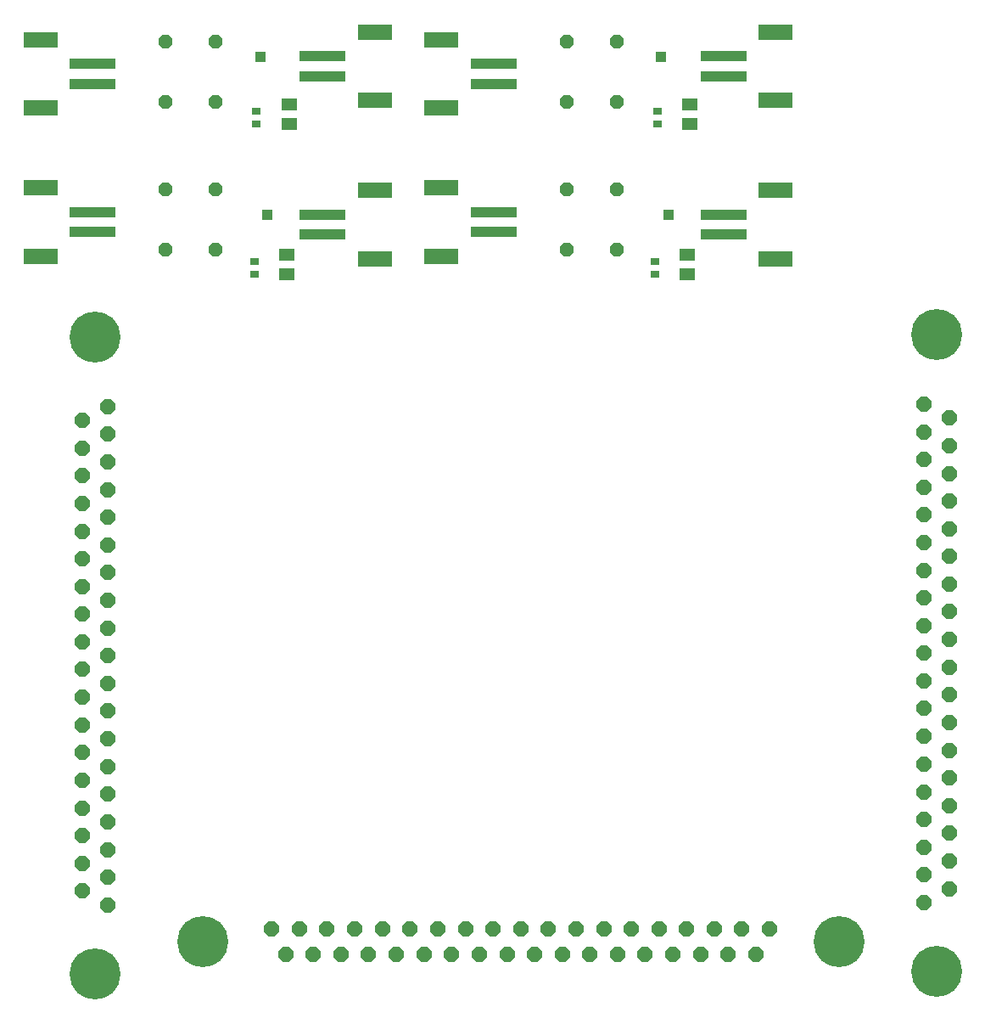
<source format=gts>
G75*
%MOIN*%
%OFA0B0*%
%FSLAX25Y25*%
%IPPOS*%
%LPD*%
%AMOC8*
5,1,8,0,0,1.08239X$1,22.5*
%
%ADD10R,0.18110X0.03937*%
%ADD11R,0.13386X0.06299*%
%ADD12R,0.03543X0.02756*%
%ADD13R,0.05906X0.05118*%
%ADD14OC8,0.05200*%
%ADD15OC8,0.06000*%
%ADD16C,0.20000*%
%ADD17R,0.04362X0.04362*%
D10*
X0159788Y0347859D03*
X0159788Y0355733D03*
X0159788Y0409906D03*
X0159788Y0417780D03*
X0226914Y0414828D03*
X0226914Y0406954D03*
X0226914Y0356717D03*
X0226914Y0348843D03*
X0317269Y0347859D03*
X0317269Y0355733D03*
X0317269Y0409906D03*
X0317269Y0417780D03*
X0069434Y0414828D03*
X0069434Y0406954D03*
X0069434Y0356717D03*
X0069434Y0348843D03*
D11*
X0048961Y0339394D03*
X0048961Y0366166D03*
X0048961Y0397505D03*
X0048961Y0424276D03*
X0180261Y0427229D03*
X0206442Y0424276D03*
X0206442Y0397505D03*
X0180261Y0400457D03*
X0180261Y0365182D03*
X0206442Y0366166D03*
X0206442Y0339394D03*
X0180261Y0338410D03*
X0337741Y0338410D03*
X0337741Y0365182D03*
X0337741Y0400457D03*
X0337741Y0427229D03*
D12*
X0291284Y0396363D03*
X0291284Y0391245D03*
X0290379Y0337387D03*
X0290379Y0332269D03*
X0132898Y0332269D03*
X0132898Y0337387D03*
X0133804Y0391245D03*
X0133804Y0396363D03*
D13*
X0146678Y0398843D03*
X0146678Y0391363D03*
X0145615Y0339788D03*
X0145615Y0332308D03*
X0303095Y0332308D03*
X0303095Y0339788D03*
X0304158Y0391363D03*
X0304158Y0398843D03*
D14*
X0275257Y0400075D03*
X0255657Y0400075D03*
X0255657Y0423675D03*
X0275257Y0423675D03*
X0275257Y0365565D03*
X0255657Y0365565D03*
X0255657Y0341965D03*
X0275257Y0341965D03*
X0117777Y0341965D03*
X0098177Y0341965D03*
X0098177Y0365565D03*
X0117777Y0365565D03*
X0117777Y0400075D03*
X0098177Y0400075D03*
X0098177Y0423675D03*
X0117777Y0423675D03*
D15*
X0075300Y0280305D03*
X0075300Y0269505D03*
X0065300Y0274905D03*
X0065300Y0264005D03*
X0065300Y0253205D03*
X0075300Y0258605D03*
X0075300Y0247705D03*
X0065300Y0242305D03*
X0065300Y0231405D03*
X0075300Y0226005D03*
X0075300Y0236905D03*
X0065300Y0220505D03*
X0065300Y0209705D03*
X0065300Y0198805D03*
X0075300Y0204205D03*
X0075300Y0215105D03*
X0075300Y0193405D03*
X0075300Y0182505D03*
X0065300Y0187905D03*
X0065300Y0177105D03*
X0075300Y0171605D03*
X0075300Y0160805D03*
X0065300Y0166205D03*
X0065300Y0155305D03*
X0075300Y0149905D03*
X0075300Y0139005D03*
X0075300Y0128205D03*
X0065300Y0133605D03*
X0065300Y0144505D03*
X0065300Y0122705D03*
X0065300Y0111905D03*
X0075300Y0117305D03*
X0075300Y0106405D03*
X0065300Y0101005D03*
X0065300Y0090105D03*
X0075300Y0084705D03*
X0075300Y0095605D03*
X0139823Y0075300D03*
X0150623Y0075300D03*
X0161523Y0075300D03*
X0172423Y0075300D03*
X0183223Y0075300D03*
X0194123Y0075300D03*
X0205023Y0075300D03*
X0215923Y0075300D03*
X0226723Y0075300D03*
X0237623Y0075300D03*
X0248523Y0075300D03*
X0259323Y0075300D03*
X0270223Y0075300D03*
X0281123Y0075300D03*
X0291923Y0075300D03*
X0302823Y0075300D03*
X0313723Y0075300D03*
X0324523Y0075300D03*
X0335423Y0075300D03*
X0330023Y0065300D03*
X0319123Y0065300D03*
X0308223Y0065300D03*
X0297423Y0065300D03*
X0286523Y0065300D03*
X0275623Y0065300D03*
X0264823Y0065300D03*
X0253923Y0065300D03*
X0243023Y0065300D03*
X0232223Y0065300D03*
X0221323Y0065300D03*
X0210423Y0065300D03*
X0199623Y0065300D03*
X0188723Y0065300D03*
X0177823Y0065300D03*
X0166923Y0065300D03*
X0156123Y0065300D03*
X0145223Y0065300D03*
X0396009Y0085689D03*
X0396009Y0096489D03*
X0406009Y0091089D03*
X0406009Y0101989D03*
X0406009Y0112789D03*
X0396009Y0107389D03*
X0396009Y0118289D03*
X0406009Y0123689D03*
X0406009Y0134589D03*
X0406009Y0145389D03*
X0396009Y0139989D03*
X0396009Y0129089D03*
X0396009Y0150889D03*
X0396009Y0161789D03*
X0406009Y0167189D03*
X0406009Y0156289D03*
X0396009Y0172589D03*
X0396009Y0183489D03*
X0406009Y0188889D03*
X0406009Y0178089D03*
X0396009Y0194389D03*
X0396009Y0205189D03*
X0396009Y0216089D03*
X0406009Y0221489D03*
X0406009Y0232389D03*
X0396009Y0237789D03*
X0396009Y0226989D03*
X0406009Y0243289D03*
X0406009Y0254089D03*
X0396009Y0248689D03*
X0396009Y0259589D03*
X0406009Y0264989D03*
X0406009Y0275889D03*
X0396009Y0281289D03*
X0396009Y0270389D03*
X0406009Y0210689D03*
X0406009Y0199789D03*
D16*
X0070300Y0057505D03*
X0112623Y0070300D03*
X0362623Y0070300D03*
X0401009Y0058489D03*
X0401009Y0308489D03*
X0070300Y0307505D03*
D17*
X0138213Y0355733D03*
X0135261Y0417741D03*
X0292741Y0417741D03*
X0295694Y0355733D03*
M02*

</source>
